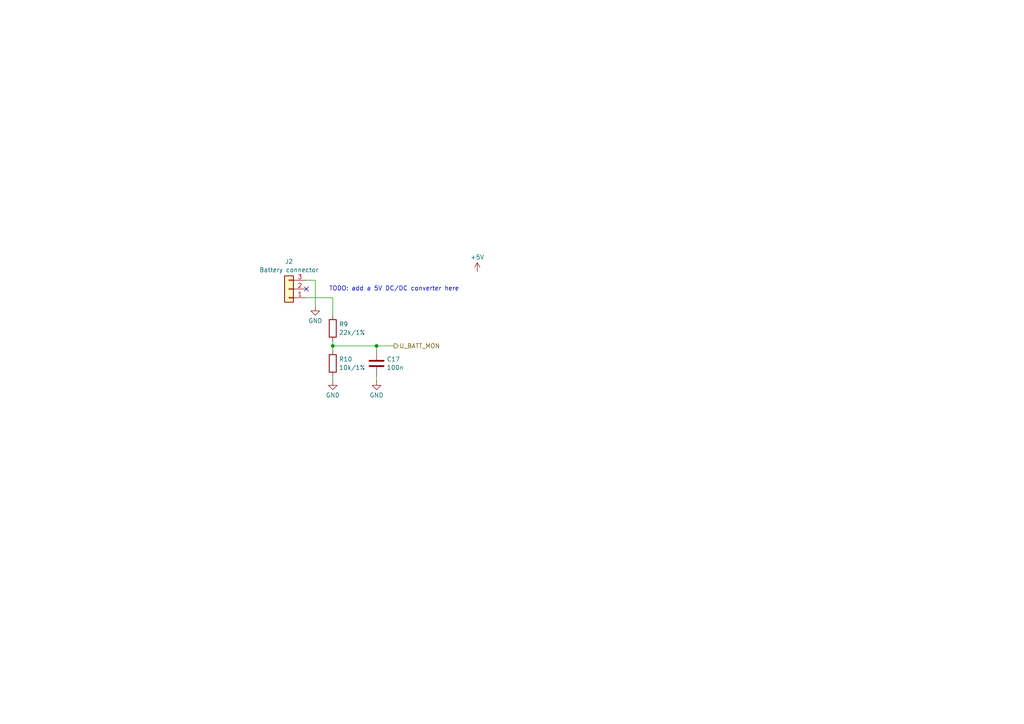
<source format=kicad_sch>
(kicad_sch
	(version 20250114)
	(generator "eeschema")
	(generator_version "9.0")
	(uuid "c0fb261b-bf0b-4da8-ab05-85e3599cde7e")
	(paper "A4")
	(title_block
		(title "LinHT - Linux-based SDR handheld transceiver")
		(date "5 June 2025")
		(rev "A")
		(company "M17 Foundation")
		(comment 1 "Author: Wojciech SP5WWP")
	)
	(lib_symbols
		(symbol "Connector_Generic:Conn_01x03"
			(pin_names
				(offset 1.016)
				(hide yes)
			)
			(exclude_from_sim no)
			(in_bom yes)
			(on_board yes)
			(property "Reference" "J"
				(at 0 5.08 0)
				(effects
					(font
						(size 1.27 1.27)
					)
				)
			)
			(property "Value" "Conn_01x03"
				(at 0 -5.08 0)
				(effects
					(font
						(size 1.27 1.27)
					)
				)
			)
			(property "Footprint" ""
				(at 0 0 0)
				(effects
					(font
						(size 1.27 1.27)
					)
					(hide yes)
				)
			)
			(property "Datasheet" "~"
				(at 0 0 0)
				(effects
					(font
						(size 1.27 1.27)
					)
					(hide yes)
				)
			)
			(property "Description" "Generic connector, single row, 01x03, script generated (kicad-library-utils/schlib/autogen/connector/)"
				(at 0 0 0)
				(effects
					(font
						(size 1.27 1.27)
					)
					(hide yes)
				)
			)
			(property "ki_keywords" "connector"
				(at 0 0 0)
				(effects
					(font
						(size 1.27 1.27)
					)
					(hide yes)
				)
			)
			(property "ki_fp_filters" "Connector*:*_1x??_*"
				(at 0 0 0)
				(effects
					(font
						(size 1.27 1.27)
					)
					(hide yes)
				)
			)
			(symbol "Conn_01x03_1_1"
				(rectangle
					(start -1.27 3.81)
					(end 1.27 -3.81)
					(stroke
						(width 0.254)
						(type default)
					)
					(fill
						(type background)
					)
				)
				(rectangle
					(start -1.27 2.667)
					(end 0 2.413)
					(stroke
						(width 0.1524)
						(type default)
					)
					(fill
						(type none)
					)
				)
				(rectangle
					(start -1.27 0.127)
					(end 0 -0.127)
					(stroke
						(width 0.1524)
						(type default)
					)
					(fill
						(type none)
					)
				)
				(rectangle
					(start -1.27 -2.413)
					(end 0 -2.667)
					(stroke
						(width 0.1524)
						(type default)
					)
					(fill
						(type none)
					)
				)
				(pin passive line
					(at -5.08 2.54 0)
					(length 3.81)
					(name "Pin_1"
						(effects
							(font
								(size 1.27 1.27)
							)
						)
					)
					(number "1"
						(effects
							(font
								(size 1.27 1.27)
							)
						)
					)
				)
				(pin passive line
					(at -5.08 0 0)
					(length 3.81)
					(name "Pin_2"
						(effects
							(font
								(size 1.27 1.27)
							)
						)
					)
					(number "2"
						(effects
							(font
								(size 1.27 1.27)
							)
						)
					)
				)
				(pin passive line
					(at -5.08 -2.54 0)
					(length 3.81)
					(name "Pin_3"
						(effects
							(font
								(size 1.27 1.27)
							)
						)
					)
					(number "3"
						(effects
							(font
								(size 1.27 1.27)
							)
						)
					)
				)
			)
			(embedded_fonts no)
		)
		(symbol "Device:C"
			(pin_numbers
				(hide yes)
			)
			(pin_names
				(offset 0.254)
			)
			(exclude_from_sim no)
			(in_bom yes)
			(on_board yes)
			(property "Reference" "C"
				(at 0.635 2.54 0)
				(effects
					(font
						(size 1.27 1.27)
					)
					(justify left)
				)
			)
			(property "Value" "C"
				(at 0.635 -2.54 0)
				(effects
					(font
						(size 1.27 1.27)
					)
					(justify left)
				)
			)
			(property "Footprint" ""
				(at 0.9652 -3.81 0)
				(effects
					(font
						(size 1.27 1.27)
					)
					(hide yes)
				)
			)
			(property "Datasheet" "~"
				(at 0 0 0)
				(effects
					(font
						(size 1.27 1.27)
					)
					(hide yes)
				)
			)
			(property "Description" "Unpolarized capacitor"
				(at 0 0 0)
				(effects
					(font
						(size 1.27 1.27)
					)
					(hide yes)
				)
			)
			(property "ki_keywords" "cap capacitor"
				(at 0 0 0)
				(effects
					(font
						(size 1.27 1.27)
					)
					(hide yes)
				)
			)
			(property "ki_fp_filters" "C_*"
				(at 0 0 0)
				(effects
					(font
						(size 1.27 1.27)
					)
					(hide yes)
				)
			)
			(symbol "C_0_1"
				(polyline
					(pts
						(xy -2.032 0.762) (xy 2.032 0.762)
					)
					(stroke
						(width 0.508)
						(type default)
					)
					(fill
						(type none)
					)
				)
				(polyline
					(pts
						(xy -2.032 -0.762) (xy 2.032 -0.762)
					)
					(stroke
						(width 0.508)
						(type default)
					)
					(fill
						(type none)
					)
				)
			)
			(symbol "C_1_1"
				(pin passive line
					(at 0 3.81 270)
					(length 2.794)
					(name "~"
						(effects
							(font
								(size 1.27 1.27)
							)
						)
					)
					(number "1"
						(effects
							(font
								(size 1.27 1.27)
							)
						)
					)
				)
				(pin passive line
					(at 0 -3.81 90)
					(length 2.794)
					(name "~"
						(effects
							(font
								(size 1.27 1.27)
							)
						)
					)
					(number "2"
						(effects
							(font
								(size 1.27 1.27)
							)
						)
					)
				)
			)
			(embedded_fonts no)
		)
		(symbol "Device:R"
			(pin_numbers
				(hide yes)
			)
			(pin_names
				(offset 0)
			)
			(exclude_from_sim no)
			(in_bom yes)
			(on_board yes)
			(property "Reference" "R"
				(at 2.032 0 90)
				(effects
					(font
						(size 1.27 1.27)
					)
				)
			)
			(property "Value" "R"
				(at 0 0 90)
				(effects
					(font
						(size 1.27 1.27)
					)
				)
			)
			(property "Footprint" ""
				(at -1.778 0 90)
				(effects
					(font
						(size 1.27 1.27)
					)
					(hide yes)
				)
			)
			(property "Datasheet" "~"
				(at 0 0 0)
				(effects
					(font
						(size 1.27 1.27)
					)
					(hide yes)
				)
			)
			(property "Description" "Resistor"
				(at 0 0 0)
				(effects
					(font
						(size 1.27 1.27)
					)
					(hide yes)
				)
			)
			(property "ki_keywords" "R res resistor"
				(at 0 0 0)
				(effects
					(font
						(size 1.27 1.27)
					)
					(hide yes)
				)
			)
			(property "ki_fp_filters" "R_*"
				(at 0 0 0)
				(effects
					(font
						(size 1.27 1.27)
					)
					(hide yes)
				)
			)
			(symbol "R_0_1"
				(rectangle
					(start -1.016 -2.54)
					(end 1.016 2.54)
					(stroke
						(width 0.254)
						(type default)
					)
					(fill
						(type none)
					)
				)
			)
			(symbol "R_1_1"
				(pin passive line
					(at 0 3.81 270)
					(length 1.27)
					(name "~"
						(effects
							(font
								(size 1.27 1.27)
							)
						)
					)
					(number "1"
						(effects
							(font
								(size 1.27 1.27)
							)
						)
					)
				)
				(pin passive line
					(at 0 -3.81 90)
					(length 1.27)
					(name "~"
						(effects
							(font
								(size 1.27 1.27)
							)
						)
					)
					(number "2"
						(effects
							(font
								(size 1.27 1.27)
							)
						)
					)
				)
			)
			(embedded_fonts no)
		)
		(symbol "power:+5V"
			(power)
			(pin_numbers
				(hide yes)
			)
			(pin_names
				(offset 0)
				(hide yes)
			)
			(exclude_from_sim no)
			(in_bom yes)
			(on_board yes)
			(property "Reference" "#PWR"
				(at 0 -3.81 0)
				(effects
					(font
						(size 1.27 1.27)
					)
					(hide yes)
				)
			)
			(property "Value" "+5V"
				(at 0 3.556 0)
				(effects
					(font
						(size 1.27 1.27)
					)
				)
			)
			(property "Footprint" ""
				(at 0 0 0)
				(effects
					(font
						(size 1.27 1.27)
					)
					(hide yes)
				)
			)
			(property "Datasheet" ""
				(at 0 0 0)
				(effects
					(font
						(size 1.27 1.27)
					)
					(hide yes)
				)
			)
			(property "Description" "Power symbol creates a global label with name \"+5V\""
				(at 0 0 0)
				(effects
					(font
						(size 1.27 1.27)
					)
					(hide yes)
				)
			)
			(property "ki_keywords" "global power"
				(at 0 0 0)
				(effects
					(font
						(size 1.27 1.27)
					)
					(hide yes)
				)
			)
			(symbol "+5V_0_1"
				(polyline
					(pts
						(xy -0.762 1.27) (xy 0 2.54)
					)
					(stroke
						(width 0)
						(type default)
					)
					(fill
						(type none)
					)
				)
				(polyline
					(pts
						(xy 0 2.54) (xy 0.762 1.27)
					)
					(stroke
						(width 0)
						(type default)
					)
					(fill
						(type none)
					)
				)
				(polyline
					(pts
						(xy 0 0) (xy 0 2.54)
					)
					(stroke
						(width 0)
						(type default)
					)
					(fill
						(type none)
					)
				)
			)
			(symbol "+5V_1_1"
				(pin power_in line
					(at 0 0 90)
					(length 0)
					(name "~"
						(effects
							(font
								(size 1.27 1.27)
							)
						)
					)
					(number "1"
						(effects
							(font
								(size 1.27 1.27)
							)
						)
					)
				)
			)
			(embedded_fonts no)
		)
		(symbol "power:GND"
			(power)
			(pin_numbers
				(hide yes)
			)
			(pin_names
				(offset 0)
				(hide yes)
			)
			(exclude_from_sim no)
			(in_bom yes)
			(on_board yes)
			(property "Reference" "#PWR"
				(at 0 -6.35 0)
				(effects
					(font
						(size 1.27 1.27)
					)
					(hide yes)
				)
			)
			(property "Value" "GND"
				(at 0 -3.81 0)
				(effects
					(font
						(size 1.27 1.27)
					)
				)
			)
			(property "Footprint" ""
				(at 0 0 0)
				(effects
					(font
						(size 1.27 1.27)
					)
					(hide yes)
				)
			)
			(property "Datasheet" ""
				(at 0 0 0)
				(effects
					(font
						(size 1.27 1.27)
					)
					(hide yes)
				)
			)
			(property "Description" "Power symbol creates a global label with name \"GND\" , ground"
				(at 0 0 0)
				(effects
					(font
						(size 1.27 1.27)
					)
					(hide yes)
				)
			)
			(property "ki_keywords" "global power"
				(at 0 0 0)
				(effects
					(font
						(size 1.27 1.27)
					)
					(hide yes)
				)
			)
			(symbol "GND_0_1"
				(polyline
					(pts
						(xy 0 0) (xy 0 -1.27) (xy 1.27 -1.27) (xy 0 -2.54) (xy -1.27 -1.27) (xy 0 -1.27)
					)
					(stroke
						(width 0)
						(type default)
					)
					(fill
						(type none)
					)
				)
			)
			(symbol "GND_1_1"
				(pin power_in line
					(at 0 0 270)
					(length 0)
					(name "~"
						(effects
							(font
								(size 1.27 1.27)
							)
						)
					)
					(number "1"
						(effects
							(font
								(size 1.27 1.27)
							)
						)
					)
				)
			)
			(embedded_fonts no)
		)
	)
	(text "TODO: add a 5V DC/DC converter here"
		(exclude_from_sim no)
		(at 114.3 83.82 0)
		(effects
			(font
				(size 1.27 1.27)
			)
		)
		(uuid "99c06367-60c8-4847-8132-2ba166aa12d7")
	)
	(junction
		(at 96.52 100.33)
		(diameter 0)
		(color 0 0 0 0)
		(uuid "64b28064-f90f-4fb4-8560-21442b4be281")
	)
	(junction
		(at 109.22 100.33)
		(diameter 0)
		(color 0 0 0 0)
		(uuid "c8d042b2-7fa6-455d-b640-fb12d4910b83")
	)
	(no_connect
		(at 88.9 83.82)
		(uuid "a8f22f2f-cf92-4405-abcc-35bc66baa7f1")
	)
	(wire
		(pts
			(xy 88.9 81.28) (xy 91.44 81.28)
		)
		(stroke
			(width 0)
			(type default)
		)
		(uuid "0b550862-e355-4f89-97b7-99f90becf913")
	)
	(wire
		(pts
			(xy 96.52 109.22) (xy 96.52 110.49)
		)
		(stroke
			(width 0)
			(type default)
		)
		(uuid "1d507506-4c80-4e4d-945f-f85627213c18")
	)
	(wire
		(pts
			(xy 109.22 101.6) (xy 109.22 100.33)
		)
		(stroke
			(width 0)
			(type default)
		)
		(uuid "35d740fc-e932-4c79-8c78-0da0cea66eab")
	)
	(wire
		(pts
			(xy 109.22 109.22) (xy 109.22 110.49)
		)
		(stroke
			(width 0)
			(type default)
		)
		(uuid "436ce6c9-1cf5-414a-83d3-92f6e9256bef")
	)
	(wire
		(pts
			(xy 96.52 100.33) (xy 96.52 101.6)
		)
		(stroke
			(width 0)
			(type default)
		)
		(uuid "47cf4885-0fc3-4047-949f-0fb7ef02dd49")
	)
	(wire
		(pts
			(xy 109.22 100.33) (xy 114.3 100.33)
		)
		(stroke
			(width 0)
			(type default)
		)
		(uuid "91211afe-4529-400c-85a1-1c40d029bd85")
	)
	(wire
		(pts
			(xy 91.44 81.28) (xy 91.44 88.9)
		)
		(stroke
			(width 0)
			(type default)
		)
		(uuid "94770a47-c721-4cb8-b797-daf59c2de1e6")
	)
	(wire
		(pts
			(xy 88.9 86.36) (xy 96.52 86.36)
		)
		(stroke
			(width 0)
			(type default)
		)
		(uuid "ab5953d6-0c53-4c96-a791-1963c1a6e4e8")
	)
	(wire
		(pts
			(xy 96.52 99.06) (xy 96.52 100.33)
		)
		(stroke
			(width 0)
			(type default)
		)
		(uuid "c04d555e-6a80-41fb-83b2-4b32d96c0389")
	)
	(wire
		(pts
			(xy 96.52 100.33) (xy 109.22 100.33)
		)
		(stroke
			(width 0)
			(type default)
		)
		(uuid "cc52d623-cc10-4670-a176-6e369bd8a5f9")
	)
	(wire
		(pts
			(xy 96.52 86.36) (xy 96.52 91.44)
		)
		(stroke
			(width 0)
			(type default)
		)
		(uuid "d5f383a0-534a-4413-8d18-4249a3cb4cec")
	)
	(hierarchical_label "U_BATT_MON"
		(shape output)
		(at 114.3 100.33 0)
		(effects
			(font
				(size 1.27 1.27)
			)
			(justify left)
		)
		(uuid "4c30d28f-0514-4081-83d5-914817aaf7bc")
	)
	(symbol
		(lib_id "power:GND")
		(at 109.22 110.49 0)
		(unit 1)
		(exclude_from_sim no)
		(in_bom yes)
		(on_board yes)
		(dnp no)
		(fields_autoplaced yes)
		(uuid "139a5149-5440-4bab-9722-fdb8d80cdab6")
		(property "Reference" "#PWR056"
			(at 109.22 116.84 0)
			(effects
				(font
					(size 1.27 1.27)
				)
				(hide yes)
			)
		)
		(property "Value" "GND"
			(at 109.22 114.6231 0)
			(effects
				(font
					(size 1.27 1.27)
				)
			)
		)
		(property "Footprint" ""
			(at 109.22 110.49 0)
			(effects
				(font
					(size 1.27 1.27)
				)
				(hide yes)
			)
		)
		(property "Datasheet" ""
			(at 109.22 110.49 0)
			(effects
				(font
					(size 1.27 1.27)
				)
				(hide yes)
			)
		)
		(property "Description" "Power symbol creates a global label with name \"GND\" , ground"
			(at 109.22 110.49 0)
			(effects
				(font
					(size 1.27 1.27)
				)
				(hide yes)
			)
		)
		(pin "1"
			(uuid "2e79e479-114c-4589-bd1d-012461727cbd")
		)
		(instances
			(project "linht-hw"
				(path "/73efc1fc-21f6-4aef-9f73-508fe18fa32e/be402a1e-34f3-489f-9745-963b98ced0ff"
					(reference "#PWR056")
					(unit 1)
				)
			)
		)
	)
	(symbol
		(lib_id "Device:R")
		(at 96.52 95.25 0)
		(unit 1)
		(exclude_from_sim no)
		(in_bom yes)
		(on_board yes)
		(dnp no)
		(fields_autoplaced yes)
		(uuid "330a62ac-4cdb-4c36-8086-6c12dac6a75c")
		(property "Reference" "R9"
			(at 98.298 94.0378 0)
			(effects
				(font
					(size 1.27 1.27)
				)
				(justify left)
			)
		)
		(property "Value" "22k/1%"
			(at 98.298 96.4621 0)
			(effects
				(font
					(size 1.27 1.27)
				)
				(justify left)
			)
		)
		(property "Footprint" "Resistor_SMD:R_0402_1005Metric"
			(at 94.742 95.25 90)
			(effects
				(font
					(size 1.27 1.27)
				)
				(hide yes)
			)
		)
		(property "Datasheet" "~"
			(at 96.52 95.25 0)
			(effects
				(font
					(size 1.27 1.27)
				)
				(hide yes)
			)
		)
		(property "Description" "Resistor"
			(at 96.52 95.25 0)
			(effects
				(font
					(size 1.27 1.27)
				)
				(hide yes)
			)
		)
		(pin "2"
			(uuid "91b8d792-7d13-4656-9f7f-8a125f32731d")
		)
		(pin "1"
			(uuid "cbfd7309-5f31-43ad-a4e4-bad1e440a5e8")
		)
		(instances
			(project ""
				(path "/73efc1fc-21f6-4aef-9f73-508fe18fa32e/be402a1e-34f3-489f-9745-963b98ced0ff"
					(reference "R9")
					(unit 1)
				)
			)
		)
	)
	(symbol
		(lib_id "power:+5V")
		(at 138.43 78.74 0)
		(unit 1)
		(exclude_from_sim no)
		(in_bom yes)
		(on_board yes)
		(dnp no)
		(fields_autoplaced yes)
		(uuid "484f1c5c-c29f-447a-907b-443b5cb61381")
		(property "Reference" "#PWR057"
			(at 138.43 82.55 0)
			(effects
				(font
					(size 1.27 1.27)
				)
				(hide yes)
			)
		)
		(property "Value" "+5V"
			(at 138.43 74.6069 0)
			(effects
				(font
					(size 1.27 1.27)
				)
			)
		)
		(property "Footprint" ""
			(at 138.43 78.74 0)
			(effects
				(font
					(size 1.27 1.27)
				)
				(hide yes)
			)
		)
		(property "Datasheet" ""
			(at 138.43 78.74 0)
			(effects
				(font
					(size 1.27 1.27)
				)
				(hide yes)
			)
		)
		(property "Description" "Power symbol creates a global label with name \"+5V\""
			(at 138.43 78.74 0)
			(effects
				(font
					(size 1.27 1.27)
				)
				(hide yes)
			)
		)
		(pin "1"
			(uuid "a8a10919-4c67-4b0b-97fe-3bffcf9617b6")
		)
		(instances
			(project ""
				(path "/73efc1fc-21f6-4aef-9f73-508fe18fa32e/be402a1e-34f3-489f-9745-963b98ced0ff"
					(reference "#PWR057")
					(unit 1)
				)
			)
		)
	)
	(symbol
		(lib_id "Connector_Generic:Conn_01x03")
		(at 83.82 83.82 180)
		(unit 1)
		(exclude_from_sim no)
		(in_bom yes)
		(on_board yes)
		(dnp no)
		(uuid "83fd448d-8442-4c09-82f3-889b7b41f2c4")
		(property "Reference" "J2"
			(at 83.82 75.8655 0)
			(effects
				(font
					(size 1.27 1.27)
				)
			)
		)
		(property "Value" "Battery connector"
			(at 83.82 78.2898 0)
			(effects
				(font
					(size 1.27 1.27)
				)
			)
		)
		(property "Footprint" ""
			(at 83.82 83.82 0)
			(effects
				(font
					(size 1.27 1.27)
				)
				(hide yes)
			)
		)
		(property "Datasheet" "~"
			(at 83.82 83.82 0)
			(effects
				(font
					(size 1.27 1.27)
				)
				(hide yes)
			)
		)
		(property "Description" "Generic connector, single row, 01x03, script generated (kicad-library-utils/schlib/autogen/connector/)"
			(at 83.82 83.82 0)
			(effects
				(font
					(size 1.27 1.27)
				)
				(hide yes)
			)
		)
		(pin "1"
			(uuid "30f14fcd-78c7-4c84-bf2a-9f1edc472499")
		)
		(pin "2"
			(uuid "e50428a7-5068-4af1-98bd-33fdf7d17af5")
		)
		(pin "3"
			(uuid "1b076fdd-bf81-43fd-891f-ca80beacc7e0")
		)
		(instances
			(project ""
				(path "/73efc1fc-21f6-4aef-9f73-508fe18fa32e/be402a1e-34f3-489f-9745-963b98ced0ff"
					(reference "J2")
					(unit 1)
				)
			)
		)
	)
	(symbol
		(lib_id "power:GND")
		(at 91.44 88.9 0)
		(unit 1)
		(exclude_from_sim no)
		(in_bom yes)
		(on_board yes)
		(dnp no)
		(fields_autoplaced yes)
		(uuid "91d41810-27d7-4082-8892-7246682b8fd1")
		(property "Reference" "#PWR054"
			(at 91.44 95.25 0)
			(effects
				(font
					(size 1.27 1.27)
				)
				(hide yes)
			)
		)
		(property "Value" "GND"
			(at 91.44 93.0331 0)
			(effects
				(font
					(size 1.27 1.27)
				)
			)
		)
		(property "Footprint" ""
			(at 91.44 88.9 0)
			(effects
				(font
					(size 1.27 1.27)
				)
				(hide yes)
			)
		)
		(property "Datasheet" ""
			(at 91.44 88.9 0)
			(effects
				(font
					(size 1.27 1.27)
				)
				(hide yes)
			)
		)
		(property "Description" "Power symbol creates a global label with name \"GND\" , ground"
			(at 91.44 88.9 0)
			(effects
				(font
					(size 1.27 1.27)
				)
				(hide yes)
			)
		)
		(pin "1"
			(uuid "045c7216-96d1-4da7-a633-cbad18933ff9")
		)
		(instances
			(project ""
				(path "/73efc1fc-21f6-4aef-9f73-508fe18fa32e/be402a1e-34f3-489f-9745-963b98ced0ff"
					(reference "#PWR054")
					(unit 1)
				)
			)
		)
	)
	(symbol
		(lib_id "power:GND")
		(at 96.52 110.49 0)
		(unit 1)
		(exclude_from_sim no)
		(in_bom yes)
		(on_board yes)
		(dnp no)
		(fields_autoplaced yes)
		(uuid "a46977e7-c305-46a1-91c9-fa507aeb8422")
		(property "Reference" "#PWR055"
			(at 96.52 116.84 0)
			(effects
				(font
					(size 1.27 1.27)
				)
				(hide yes)
			)
		)
		(property "Value" "GND"
			(at 96.52 114.6231 0)
			(effects
				(font
					(size 1.27 1.27)
				)
			)
		)
		(property "Footprint" ""
			(at 96.52 110.49 0)
			(effects
				(font
					(size 1.27 1.27)
				)
				(hide yes)
			)
		)
		(property "Datasheet" ""
			(at 96.52 110.49 0)
			(effects
				(font
					(size 1.27 1.27)
				)
				(hide yes)
			)
		)
		(property "Description" "Power symbol creates a global label with name \"GND\" , ground"
			(at 96.52 110.49 0)
			(effects
				(font
					(size 1.27 1.27)
				)
				(hide yes)
			)
		)
		(pin "1"
			(uuid "216409ce-e023-4793-9fc7-fcd82b0735bc")
		)
		(instances
			(project "linht-hw"
				(path "/73efc1fc-21f6-4aef-9f73-508fe18fa32e/be402a1e-34f3-489f-9745-963b98ced0ff"
					(reference "#PWR055")
					(unit 1)
				)
			)
		)
	)
	(symbol
		(lib_id "Device:C")
		(at 109.22 105.41 0)
		(unit 1)
		(exclude_from_sim no)
		(in_bom yes)
		(on_board yes)
		(dnp no)
		(fields_autoplaced yes)
		(uuid "a5191fcd-e747-47fb-aff4-b6745b0bdad5")
		(property "Reference" "C17"
			(at 112.141 104.1978 0)
			(effects
				(font
					(size 1.27 1.27)
				)
				(justify left)
			)
		)
		(property "Value" "100n"
			(at 112.141 106.6221 0)
			(effects
				(font
					(size 1.27 1.27)
				)
				(justify left)
			)
		)
		(property "Footprint" "Capacitor_SMD:C_0402_1005Metric"
			(at 110.1852 109.22 0)
			(effects
				(font
					(size 1.27 1.27)
				)
				(hide yes)
			)
		)
		(property "Datasheet" "~"
			(at 109.22 105.41 0)
			(effects
				(font
					(size 1.27 1.27)
				)
				(hide yes)
			)
		)
		(property "Description" "Unpolarized capacitor"
			(at 109.22 105.41 0)
			(effects
				(font
					(size 1.27 1.27)
				)
				(hide yes)
			)
		)
		(pin "1"
			(uuid "d4ed86ec-0c1f-4e2e-8a6b-91455bd77d6b")
		)
		(pin "2"
			(uuid "a09775a0-09cf-4bf5-8500-572be4567c07")
		)
		(instances
			(project ""
				(path "/73efc1fc-21f6-4aef-9f73-508fe18fa32e/be402a1e-34f3-489f-9745-963b98ced0ff"
					(reference "C17")
					(unit 1)
				)
			)
		)
	)
	(symbol
		(lib_id "Device:R")
		(at 96.52 105.41 0)
		(unit 1)
		(exclude_from_sim no)
		(in_bom yes)
		(on_board yes)
		(dnp no)
		(fields_autoplaced yes)
		(uuid "c3643de8-d069-4d70-b720-0b6eb5ea31d7")
		(property "Reference" "R10"
			(at 98.298 104.1978 0)
			(effects
				(font
					(size 1.27 1.27)
				)
				(justify left)
			)
		)
		(property "Value" "10k/1%"
			(at 98.298 106.6221 0)
			(effects
				(font
					(size 1.27 1.27)
				)
				(justify left)
			)
		)
		(property "Footprint" "Resistor_SMD:R_0402_1005Metric"
			(at 94.742 105.41 90)
			(effects
				(font
					(size 1.27 1.27)
				)
				(hide yes)
			)
		)
		(property "Datasheet" "~"
			(at 96.52 105.41 0)
			(effects
				(font
					(size 1.27 1.27)
				)
				(hide yes)
			)
		)
		(property "Description" "Resistor"
			(at 96.52 105.41 0)
			(effects
				(font
					(size 1.27 1.27)
				)
				(hide yes)
			)
		)
		(pin "2"
			(uuid "53dfba29-97bf-4de1-b4fd-742dac32f8d3")
		)
		(pin "1"
			(uuid "d0c73ca2-c8a7-46cf-ac5e-5b5026c1ef9c")
		)
		(instances
			(project "linht-hw"
				(path "/73efc1fc-21f6-4aef-9f73-508fe18fa32e/be402a1e-34f3-489f-9745-963b98ced0ff"
					(reference "R10")
					(unit 1)
				)
			)
		)
	)
)

</source>
